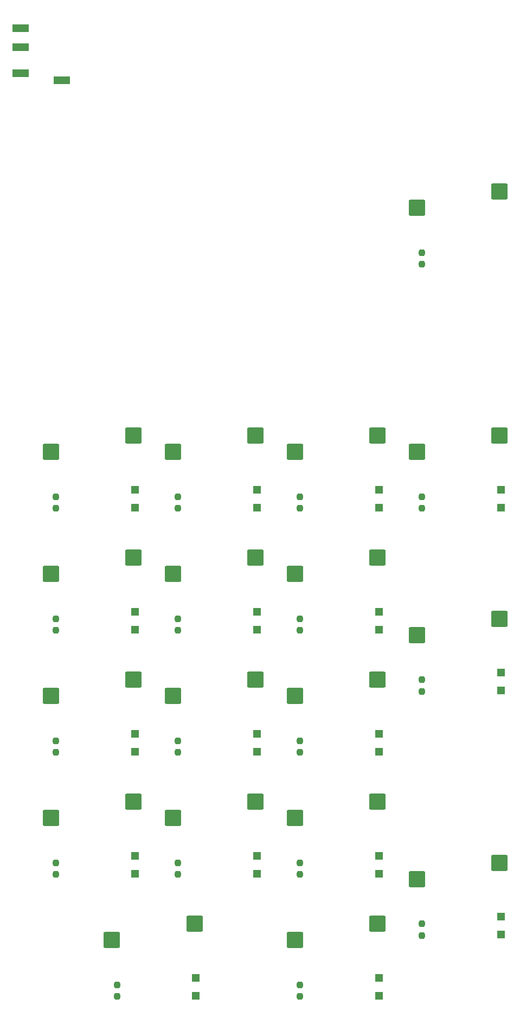
<source format=gbp>
%TF.GenerationSoftware,KiCad,Pcbnew,8.0.3*%
%TF.CreationDate,2024-07-24T13:04:13+02:00*%
%TF.ProjectId,numerical,6e756d65-7269-4636-916c-2e6b69636164,rev?*%
%TF.SameCoordinates,Original*%
%TF.FileFunction,Paste,Bot*%
%TF.FilePolarity,Positive*%
%FSLAX46Y46*%
G04 Gerber Fmt 4.6, Leading zero omitted, Abs format (unit mm)*
G04 Created by KiCad (PCBNEW 8.0.3) date 2024-07-24 13:04:13*
%MOMM*%
%LPD*%
G01*
G04 APERTURE LIST*
G04 Aperture macros list*
%AMRoundRect*
0 Rectangle with rounded corners*
0 $1 Rounding radius*
0 $2 $3 $4 $5 $6 $7 $8 $9 X,Y pos of 4 corners*
0 Add a 4 corners polygon primitive as box body*
4,1,4,$2,$3,$4,$5,$6,$7,$8,$9,$2,$3,0*
0 Add four circle primitives for the rounded corners*
1,1,$1+$1,$2,$3*
1,1,$1+$1,$4,$5*
1,1,$1+$1,$6,$7*
1,1,$1+$1,$8,$9*
0 Add four rect primitives between the rounded corners*
20,1,$1+$1,$2,$3,$4,$5,0*
20,1,$1+$1,$4,$5,$6,$7,0*
20,1,$1+$1,$6,$7,$8,$9,0*
20,1,$1+$1,$8,$9,$2,$3,0*%
G04 Aperture macros list end*
%ADD10RoundRect,0.200000X-1.075000X-1.050000X1.075000X-1.050000X1.075000X1.050000X-1.075000X1.050000X0*%
%ADD11R,1.200000X1.200000*%
%ADD12RoundRect,0.237500X-0.237500X0.250000X-0.237500X-0.250000X0.237500X-0.250000X0.237500X0.250000X0*%
%ADD13R,2.500000X1.200000*%
G04 APERTURE END LIST*
D10*
%TO.C,S7*%
X79715000Y-124535000D03*
X92642000Y-121995000D03*
%TD*%
%TO.C,S10*%
X136865000Y-134060000D03*
X149792000Y-131520000D03*
%TD*%
%TO.C,S23*%
X117815000Y-181685000D03*
X130742000Y-179145000D03*
%TD*%
%TO.C,S14*%
X117815000Y-143585000D03*
X130742000Y-141045000D03*
%TD*%
%TO.C,S3*%
X98765000Y-105485000D03*
X111692000Y-102945000D03*
%TD*%
%TO.C,S22*%
X89240000Y-181685000D03*
X102167000Y-179145000D03*
%TD*%
%TO.C,S2*%
X79715000Y-105485000D03*
X92642000Y-102945000D03*
%TD*%
%TO.C,S5*%
X136865000Y-105485000D03*
X149792000Y-102945000D03*
%TD*%
%TO.C,S8*%
X98765000Y-124535000D03*
X111692000Y-121995000D03*
%TD*%
%TO.C,S1*%
X136865000Y-67385000D03*
X149792000Y-64845000D03*
%TD*%
%TO.C,S18*%
X98765000Y-162635000D03*
X111692000Y-160095000D03*
%TD*%
%TO.C,S19*%
X117815000Y-162635000D03*
X130742000Y-160095000D03*
%TD*%
%TO.C,S24*%
X136865000Y-172160000D03*
X149792000Y-169620000D03*
%TD*%
%TO.C,S17*%
X79715000Y-162635000D03*
X92642000Y-160095000D03*
%TD*%
%TO.C,S12*%
X79715000Y-143585000D03*
X92642000Y-141045000D03*
%TD*%
%TO.C,S9*%
X117815000Y-124535000D03*
X130742000Y-121995000D03*
%TD*%
%TO.C,S13*%
X98765000Y-143585000D03*
X111692000Y-141045000D03*
%TD*%
%TO.C,S4*%
X117815000Y-105485000D03*
X130742000Y-102945000D03*
%TD*%
D11*
%TO.C,D12*%
X111900000Y-152265000D03*
X111900000Y-149465000D03*
%TD*%
%TO.C,D21*%
X102375000Y-190365000D03*
X102375000Y-187565000D03*
%TD*%
D12*
%TO.C,R3*%
X80530000Y-131512500D03*
X80530000Y-133337500D03*
%TD*%
D11*
%TO.C,D16*%
X92850000Y-171315000D03*
X92850000Y-168515000D03*
%TD*%
%TO.C,D4*%
X130950000Y-114165000D03*
X130950000Y-111365000D03*
%TD*%
D12*
%TO.C,R18*%
X80530000Y-169612500D03*
X80530000Y-171437500D03*
%TD*%
D11*
%TO.C,D1*%
X92850000Y-133215000D03*
X92850000Y-130415000D03*
%TD*%
D12*
%TO.C,R11*%
X137680000Y-141037500D03*
X137680000Y-142862500D03*
%TD*%
%TO.C,R6*%
X118630000Y-112462500D03*
X118630000Y-114287500D03*
%TD*%
D11*
%TO.C,D9*%
X150000000Y-142740000D03*
X150000000Y-139940000D03*
%TD*%
%TO.C,D11*%
X92850000Y-152265000D03*
X92850000Y-149465000D03*
%TD*%
%TO.C,D7*%
X111900000Y-133215000D03*
X111900000Y-130415000D03*
%TD*%
D12*
%TO.C,R19*%
X99580000Y-169612500D03*
X99580000Y-171437500D03*
%TD*%
%TO.C,R9*%
X99580000Y-131512500D03*
X99580000Y-133337500D03*
%TD*%
%TO.C,R23*%
X90055000Y-188662500D03*
X90055000Y-190487500D03*
%TD*%
D11*
%TO.C,D2*%
X92850000Y-114165000D03*
X92850000Y-111365000D03*
%TD*%
D12*
%TO.C,R24*%
X118630000Y-188662500D03*
X118630000Y-190487500D03*
%TD*%
D11*
%TO.C,D18*%
X130950000Y-171315000D03*
X130950000Y-168515000D03*
%TD*%
D12*
%TO.C,R20*%
X118630000Y-169612500D03*
X118630000Y-171437500D03*
%TD*%
D11*
%TO.C,D23*%
X150000000Y-180840000D03*
X150000000Y-178040000D03*
%TD*%
D12*
%TO.C,R10*%
X118630000Y-131512500D03*
X118630000Y-133337500D03*
%TD*%
D11*
%TO.C,D22*%
X130950000Y-190365000D03*
X130950000Y-187565000D03*
%TD*%
%TO.C,D17*%
X111900000Y-171315000D03*
X111900000Y-168515000D03*
%TD*%
%TO.C,D8*%
X130950000Y-133215000D03*
X130950000Y-130415000D03*
%TD*%
D12*
%TO.C,R25*%
X137680000Y-179137500D03*
X137680000Y-180962500D03*
%TD*%
%TO.C,R7*%
X137680000Y-112462500D03*
X137680000Y-114287500D03*
%TD*%
%TO.C,R13*%
X80530000Y-150562500D03*
X80530000Y-152387500D03*
%TD*%
D11*
%TO.C,D3*%
X111900000Y-114165000D03*
X111900000Y-111365000D03*
%TD*%
%TO.C,D5*%
X150000000Y-114165000D03*
X150000000Y-111365000D03*
%TD*%
%TO.C,D13*%
X130950000Y-152265000D03*
X130950000Y-149465000D03*
%TD*%
D12*
%TO.C,R4*%
X80530000Y-112462500D03*
X80530000Y-114287500D03*
%TD*%
%TO.C,R8*%
X137680000Y-74362500D03*
X137680000Y-76187500D03*
%TD*%
%TO.C,R5*%
X99580000Y-112462500D03*
X99580000Y-114287500D03*
%TD*%
D13*
%TO.C,J1*%
X74965000Y-42335000D03*
X74965000Y-46335000D03*
X74965000Y-39335000D03*
X81465000Y-47435000D03*
%TD*%
D12*
%TO.C,R14*%
X99580000Y-150562500D03*
X99580000Y-152387500D03*
%TD*%
%TO.C,R15*%
X118630000Y-150562500D03*
X118630000Y-152387500D03*
%TD*%
M02*

</source>
